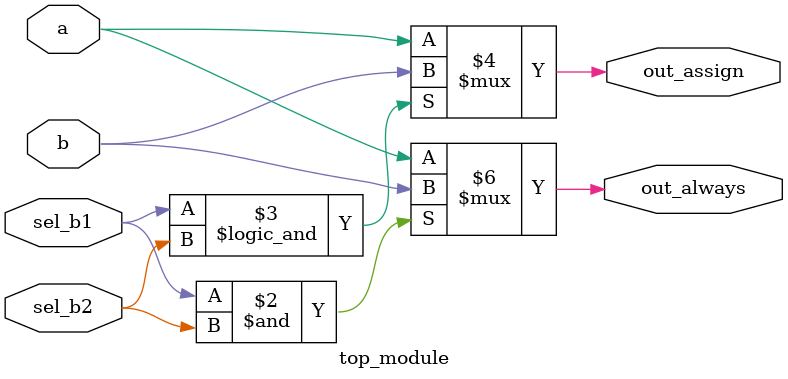
<source format=v>
module top_module(
    input a,
    input b,
    input sel_b1,
    input sel_b2,
    output wire out_assign,
    output reg out_always   ); 
always @(*) begin
  if (sel_b1&sel_b2) begin
    out_always = b;
  end
  else begin
    out_always = a;
  end
end
assign out_assign = (sel_b1 && sel_b2) ? b : a;
endmodule

</source>
